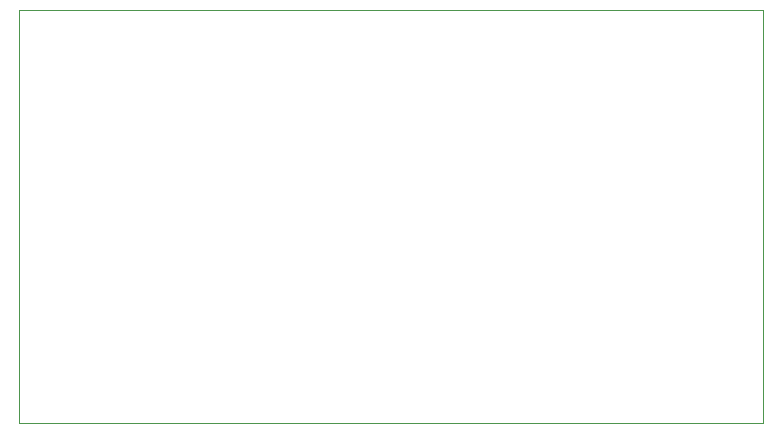
<source format=gbr>
%TF.GenerationSoftware,KiCad,Pcbnew,9.0.2*%
%TF.CreationDate,2025-12-15T12:58:43+07:00*%
%TF.ProjectId,HardwareElday,48617264-7761-4726-9545-6c6461792e6b,rev?*%
%TF.SameCoordinates,Original*%
%TF.FileFunction,Profile,NP*%
%FSLAX46Y46*%
G04 Gerber Fmt 4.6, Leading zero omitted, Abs format (unit mm)*
G04 Created by KiCad (PCBNEW 9.0.2) date 2025-12-15 12:58:43*
%MOMM*%
%LPD*%
G01*
G04 APERTURE LIST*
%TA.AperFunction,Profile*%
%ADD10C,0.050000*%
%TD*%
G04 APERTURE END LIST*
D10*
X70000000Y-96500000D02*
X133000000Y-96500000D01*
X133000000Y-131500000D01*
X70000000Y-131500000D01*
X70000000Y-96500000D01*
M02*

</source>
